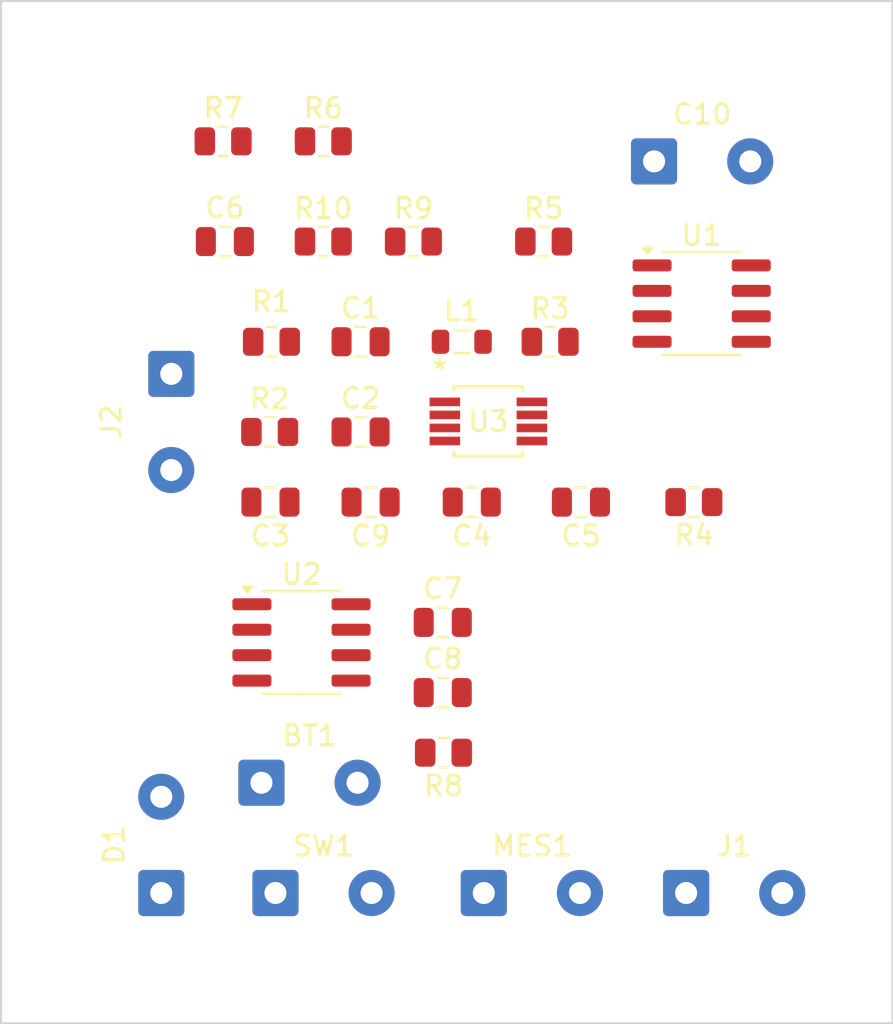
<source format=kicad_pcb>
(kicad_pcb (version 20240108) (generator "pcbnew") (generator_version "8.0")
  (title_block (title "Hayward Power Meter SMD") (date "2024-08-03") (rev "1") (company "Andy McCann KA3KAF Doug McCann KA3KAG") (comment 2 "Wes Hayward W7ZOI") (comment 3 "Original Design:"))
  (layers (0 "F.Cu" signal) (31 "B.Cu" signal) (34 "B.Paste" user) (35 "F.Paste" user) (36 "B.SilkS" user "B.Silkscreen") (37 "F.SilkS" user "F.Silkscreen") (38 "B.Mask" user) (39 "F.Mask" user) (44 "Edge.Cuts" user))
  (net 0 "")
  (net 1 "GND")
  (net 2 "Net-(BT1-+)")
  (net 3 "Net-(U3-INHI)")
  (net 4 "Net-(C1-Pad1)")
  (net 5 "/In")
  (net 6 "Net-(C2-Pad2)")
  (net 7 "Net-(U1A-+)")
  (net 8 "Net-(U3-ENBL)")
  (net 9 "Net-(U2-OUT)")
  (net 10 "Net-(U2-IN)")
  (net 11 "Net-(SW1-A)")
  (net 12 "Net-(U3-INLO)")
  (net 13 "/DVMOut")
  (net 14 "Net-(D1-A)")
  (net 15 "Net-(J1-In)")
  (net 16 "/MeterOut")
  (net 17 "Net-(U1A--)")
  (net 18 "Net-(R5-Pad2)")
  (net 19 "Net-(U1C-V+)")
  (net 20 "Net-(U1B--)")
  (footprint "Capacitor_SMD:C_0805_2012Metric" (layer "F.Cu") (at 89.95 91)
    (property "Reference" "C1" (at 0 -1.68 0) (layer "F.SilkS"))
    (property "Value" "0.01u")
    (fp_line (start -0.261252 -0.735) (end 0.261252 -0.735) (stroke (width 0.12)) (layer "F.SilkS"))
    (fp_line (start -0.261252 0.735) (end 0.261252 0.735) (stroke (width 0.12)) (layer "F.SilkS"))
    (pad "1" smd roundrect (at -0.95 0) (size 1 1.45) (layers "F.Cu" "F.Paste" "F.Mask") (net 4 "Net-(C1-Pad1)"))
    (pad "2" smd roundrect (at 0.95 0) (size 1 1.45) (layers "F.Cu" "F.Paste" "F.Mask") (net 3 "Net-(U3-INHI)"))
  )
  (footprint "Connector_Wire:SolderWire-0.5sqmm_1x02_P4.8mm_D0.9mm_OD2.3mm" (layer "F.Cu") (at 106.2 118.5)
    (property "Reference" "J1" (at 2.4 -2.35 0) (layer "F.SilkS"))
    (property "Value" "Conn_Coaxial")
    (pad "1" thru_hole roundrect (at 0 0) (size 2.3 2.3) (drill 1.1) (layers "*.Cu" "*.Mask") (roundrect_rratio 0.108696) (net 15 "Net-(J1-In)"))
    (pad "2" thru_hole circle (at 4.8 0) (size 2.3 2.3) (drill 1.1) (layers "*.Cu" "*.Mask") (net 1 "GND"))
  )
  (footprint "Capacitor_SMD:C_0805_2012Metric" (layer "F.Cu") (at 94.05 105)
    (property "Reference" "C7" (at 0 -1.68 0) (layer "F.SilkS"))
    (property "Value" "0.22u")
    (fp_line (start -0.261252 -0.735) (end 0.261252 -0.735) (stroke (width 0.12)) (layer "F.SilkS"))
    (fp_line (start -0.261252 0.735) (end 0.261252 0.735) (stroke (width 0.12)) (layer "F.SilkS"))
    (pad "1" smd roundrect (at -0.95 0) (size 1 1.45) (layers "F.Cu" "F.Paste" "F.Mask") (net 10 "Net-(U2-IN)"))
    (pad "2" smd roundrect (at 0.95 0) (size 1 1.45) (layers "F.Cu" "F.Paste" "F.Mask") (net 1 "GND"))
  )
  (footprint "Resistor_SMD:R_0805_2012Metric" (layer "F.Cu") (at 83.0875 81)
    (property "Reference" "R7" (at 0 -1.65 0) (layer "F.SilkS"))
    (property "Value" "10k")
    (fp_line (start -0.227064 -0.735) (end 0.227064 -0.735) (stroke (width 0.12)) (layer "F.SilkS"))
    (fp_line (start -0.227064 0.735) (end 0.227064 0.735) (stroke (width 0.12)) (layer "F.SilkS"))
    (pad "1" smd roundrect (at -0.9125 0) (size 1.025 1.4) (layers "F.Cu" "F.Paste" "F.Mask") (roundrect_rratio 0.243902) (net 18 "Net-(R5-Pad2)"))
    (pad "2" smd roundrect (at 0.9125 0) (size 1.025 1.4) (layers "F.Cu" "F.Paste" "F.Mask") (roundrect_rratio 0.243902) (net 13 "/DVMOut"))
  )
  (footprint "Capacitor_SMD:C_0805_2012Metric" (layer "F.Cu") (at 90.45 99 180)
    (property "Reference" "C9" (at 0 -1.68 360) (layer "F.SilkS"))
    (property "Value" "0.1u")
    (fp_line (start -0.261252 0.735) (end 0.261252 0.735) (stroke (width 0.12)) (layer "F.SilkS"))
    (fp_line (start -0.261252 -0.735) (end 0.261252 -0.735) (stroke (width 0.12)) (layer "F.SilkS"))
    (pad "1" smd roundrect (at -0.95 0 180) (size 1 1.45) (layers "F.Cu" "F.Paste" "F.Mask") (net 12 "Net-(U3-INLO)"))
    (pad "2" smd roundrect (at 0.95 0 180) (size 1 1.45) (layers "F.Cu" "F.Paste" "F.Mask") (net 1 "GND"))
  )
  (footprint "Resistor_SMD:R_0805_2012Metric" (layer "F.Cu") (at 99.0875 86)
    (property "Reference" "R5" (at 0 -1.65 0) (layer "F.SilkS"))
    (property "Value" "4.7k")
    (fp_line (start -0.227064 -0.735) (end 0.227064 -0.735) (stroke (width 0.12)) (layer "F.SilkS"))
    (fp_line (start -0.227064 0.735) (end 0.227064 0.735) (stroke (width 0.12)) (layer "F.SilkS"))
    (pad "1" smd roundrect (at -0.9125 0) (size 1.025 1.4) (layers "F.Cu" "F.Paste" "F.Mask") (roundrect_rratio 0.243902) (net 17 "Net-(U1A--)"))
    (pad "2" smd roundrect (at 0.9125 0) (size 1.025 1.4) (layers "F.Cu" "F.Paste" "F.Mask") (roundrect_rratio 0.243902) (net 18 "Net-(R5-Pad2)"))
  )
  (footprint "Resistor_SMD:R_0805_2012Metric" (layer "F.Cu") (at 85.4125 95.5)
    (property "Reference" "R2" (at 0 -1.65 0) (layer "F.SilkS"))
    (property "Value" "470")
    (fp_line (start -0.227064 -0.735) (end 0.227064 -0.735) (stroke (width 0.12)) (layer "F.SilkS"))
    (fp_line (start -0.227064 0.735) (end 0.227064 0.735) (stroke (width 0.12)) (layer "F.SilkS"))
    (pad "1" smd roundrect (at -0.9125 0) (size 1.025 1.4) (layers "F.Cu" "F.Paste" "F.Mask") (roundrect_rratio 0.243902) (net 5 "/In"))
    (pad "2" smd roundrect (at 0.9125 0) (size 1.025 1.4) (layers "F.Cu" "F.Paste" "F.Mask") (roundrect_rratio 0.243902) (net 6 "Net-(C2-Pad2)"))
  )
  (footprint "Resistor_SMD:R_0805_2012Metric" (layer "F.Cu") (at 106.5875 99 180)
    (property "Reference" "R4" (at 0 -1.65 360) (layer "F.SilkS"))
    (property "Value" "3.3k")
    (fp_line (start -0.227064 0.735) (end 0.227064 0.735) (stroke (width 0.12)) (layer "F.SilkS"))
    (fp_line (start -0.227064 -0.735) (end 0.227064 -0.735) (stroke (width 0.12)) (layer "F.SilkS"))
    (pad "1" smd roundrect (at -0.9125 0 180) (size 1.025 1.4) (layers "F.Cu" "F.Paste" "F.Mask") (roundrect_rratio 0.243902) (net 1 "GND"))
    (pad "2" smd roundrect (at 0.9125 0 180) (size 1.025 1.4) (layers "F.Cu" "F.Paste" "F.Mask") (roundrect_rratio 0.243902) (net 17 "Net-(U1A--)"))
  )
  (footprint "Capacitor_SMD:C_0805_2012Metric" (layer "F.Cu") (at 85.45 99 180)
    (property "Reference" "C3" (at 0 -1.68 360) (layer "F.SilkS"))
    (property "Value" "0.1u")
    (fp_line (start -0.261252 0.735) (end 0.261252 0.735) (stroke (width 0.12)) (layer "F.SilkS"))
    (fp_line (start -0.261252 -0.735) (end 0.261252 -0.735) (stroke (width 0.12)) (layer "F.SilkS"))
    (pad "1" smd roundrect (at -0.95 0 180) (size 1 1.45) (layers "F.Cu" "F.Paste" "F.Mask") (net 7 "Net-(U1A-+)"))
    (pad "2" smd roundrect (at 0.95 0 180) (size 1 1.45) (layers "F.Cu" "F.Paste" "F.Mask") (net 1 "GND"))
  )
  (footprint "Capacitor_SMD:C_0805_2012Metric" (layer "F.Cu") (at 100.95 99 180)
    (property "Reference" "C5" (at 0 -1.68 360) (layer "F.SilkS"))
    (property "Value" "0.1u")
    (fp_line (start -0.261252 0.735) (end 0.261252 0.735) (stroke (width 0.12)) (layer "F.SilkS"))
    (fp_line (start -0.261252 -0.735) (end 0.261252 -0.735) (stroke (width 0.12)) (layer "F.SilkS"))
    (pad "1" smd roundrect (at -0.95 0 180) (size 1 1.45) (layers "F.Cu" "F.Paste" "F.Mask") (net 8 "Net-(U3-ENBL)"))
    (pad "2" smd roundrect (at 0.95 0 180) (size 1 1.45) (layers "F.Cu" "F.Paste" "F.Mask") (net 1 "GND"))
  )
  (footprint "Resistor_SMD:R_0805_2012Metric" (layer "F.Cu") (at 99.4125 91)
    (property "Reference" "R3" (at 0 -1.65 0) (layer "F.SilkS"))
    (property "Value" "6.8")
    (fp_line (start -0.227064 -0.735) (end 0.227064 -0.735) (stroke (width 0.12)) (layer "F.SilkS"))
    (fp_line (start -0.227064 0.735) (end 0.227064 0.735) (stroke (width 0.12)) (layer "F.SilkS"))
    (pad "1" smd roundrect (at -0.9125 0) (size 1.025 1.4) (layers "F.Cu" "F.Paste" "F.Mask") (roundrect_rratio 0.243902) (net 8 "Net-(U3-ENBL)"))
    (pad "2" smd roundrect (at 0.9125 0) (size 1.025 1.4) (layers "F.Cu" "F.Paste" "F.Mask") (roundrect_rratio 0.243902) (net 9 "Net-(U2-OUT)"))
  )
  (footprint "Resistor_SMD:R_0805_2012Metric" (layer "F.Cu") (at 85.5 91 180)
    (property "Reference" "R1" (at 0 2 360) (layer "F.SilkS"))
    (property "Value" "470")
    (fp_line (start -0.227064 0.735) (end 0.227064 0.735) (stroke (width 0.12)) (layer "F.SilkS"))
    (fp_line (start -0.227064 -0.735) (end 0.227064 -0.735) (stroke (width 0.12)) (layer "F.SilkS"))
    (pad "1" smd roundrect (at -0.9125 0 180) (size 1.025 1.4) (layers "F.Cu" "F.Paste" "F.Mask") (roundrect_rratio 0.243902) (net 1 "GND"))
    (pad "2" smd roundrect (at 0.9125 0 180) (size 1.025 1.4) (layers "F.Cu" "F.Paste" "F.Mask") (roundrect_rratio 0.243902) (net 5 "/In"))
  )
  (footprint "Resistor_SMD:R_0805_2012Metric" (layer "F.Cu") (at 88.0875 86)
    (property "Reference" "R10" (at 0 -1.65 0) (layer "F.SilkS"))
    (property "Value" "680")
    (fp_line (start -0.227064 -0.735) (end 0.227064 -0.735) (stroke (width 0.12)) (layer "F.SilkS"))
    (fp_line (start -0.227064 0.735) (end 0.227064 0.735) (stroke (width 0.12)) (layer "F.SilkS"))
    (pad "1" smd roundrect (at -0.9125 0) (size 1.025 1.4) (layers "F.Cu" "F.Paste" "F.Mask") (roundrect_rratio 0.243902) (net 14 "Net-(D1-A)"))
    (pad "2" smd roundrect (at 0.9125 0) (size 1.025 1.4) (layers "F.Cu" "F.Paste" "F.Mask") (roundrect_rratio 0.243902) (net 11 "Net-(SW1-A)"))
  )
  (footprint "Capacitor_SMD:C_0805_2012Metric" (layer "F.Cu") (at 89.95 95.5)
    (property "Reference" "C2" (at 0 -1.68 0) (layer "F.SilkS"))
    (property "Value" "15p")
    (fp_line (start -0.261252 -0.735) (end 0.261252 -0.735) (stroke (width 0.12)) (layer "F.SilkS"))
    (fp_line (start -0.261252 0.735) (end 0.261252 0.735) (stroke (width 0.12)) (layer "F.SilkS"))
    (pad "1" smd roundrect (at -0.95 0) (size 1 1.45) (layers "F.Cu" "F.Paste" "F.Mask") (net 5 "/In"))
    (pad "2" smd roundrect (at 0.95 0) (size 1 1.45) (layers "F.Cu" "F.Paste" "F.Mask") (net 6 "Net-(C2-Pad2)"))
  )
  (footprint "Capacitor_SMD:C_0805_2012Metric" (layer "F.Cu") (at 94.05 108.5)
    (property "Reference" "C8" (at 0 -1.68 0) (layer "F.SilkS"))
    (property "Value" "0.1u")
    (fp_line (start -0.261252 -0.735) (end 0.261252 -0.735) (stroke (width 0.12)) (layer "F.SilkS"))
    (fp_line (start -0.261252 0.735) (end 0.261252 0.735) (stroke (width 0.12)) (layer "F.SilkS"))
    (pad "1" smd roundrect (at -0.95 0) (size 1 1.45) (layers "F.Cu" "F.Paste" "F.Mask") (net 11 "Net-(SW1-A)"))
    (pad "2" smd roundrect (at 0.95 0) (size 1 1.45) (layers "F.Cu" "F.Paste" "F.Mask") (net 1 "GND"))
  )
  (footprint "Connector_Wire:SolderWire-0.5sqmm_1x02_P4.8mm_D0.9mm_OD2.3mm" (layer "F.Cu") (at 104.6 82)
    (property "Reference" "C10" (at 2.4 -2.35 0) (layer "F.SilkS"))
    (property "Value" ".001")
    (pad "1" thru_hole roundrect (at 0 0) (size 2.3 2.3) (drill 1.1) (layers "*.Cu" "*.Mask") (roundrect_rratio 0.108696) (net 13 "/DVMOut"))
    (pad "2" thru_hole circle (at 4.8 0) (size 2.3 2.3) (drill 1.1) (layers "*.Cu" "*.Mask") (net 1 "GND"))
  )
  (footprint "Capacitor_SMD:C_0805_2012Metric" (layer "F.Cu") (at 95.5 99 180)
    (property "Reference" "C4" (at 0 -1.68 360) (layer "F.SilkS"))
    (property "Value" "0.1uF")
    (fp_line (start -0.261252 0.735) (end 0.261252 0.735) (stroke (width 0.12)) (layer "F.SilkS"))
    (fp_line (start -0.261252 -0.735) (end 0.261252 -0.735) (stroke (width 0.12)) (layer "F.SilkS"))
    (pad "1" smd roundrect (at -0.95 0 180) (size 1 1.45) (layers "F.Cu" "F.Paste" "F.Mask") (net 8 "Net-(U3-ENBL)"))
    (pad "2" smd roundrect (at 0.95 0 180) (size 1 1.45) (layers "F.Cu" "F.Paste" "F.Mask") (net 1 "GND"))
  )
  (footprint "Inductor_SMD:L_0805_2012Metric" (layer "F.Cu") (at 95 91)
    (property "Reference" "L1" (at 0 -1.55 0) (layer "F.SilkS"))
    (property "Value" "1n")
    (fp_line (start -0.399622 -0.56) (end 0.399622 -0.56) (stroke (width 0.12)) (layer "F.SilkS"))
    (fp_line (start -0.399622 0.56) (end 0.399622 0.56) (stroke (width 0.12)) (layer "F.SilkS"))
    (pad "1" smd roundrect (at -1.0625 0) (size 0.875 1.2) (layers "F.Cu" "F.Paste" "F.Mask") (net 6 "Net-(C2-Pad2)"))
    (pad "2" smd roundrect (at 1.0625 0) (size 0.875 1.2) (layers "F.Cu" "F.Paste" "F.Mask") (net 4 "Net-(C1-Pad1)"))
  )
  (footprint "Connector_Wire:SolderWire-0.5sqmm_1x02_P4.8mm_D0.9mm_OD2.3mm" (layer "F.Cu") (at 80.5 92.6 -90)
    (property "Reference" "J2" (at 2.4 3 90) (layer "F.SilkS"))
    (property "Value" "Conn_Coaxial")
    (pad "1" thru_hole roundrect (at 0 0 270) (size 2.3 2.3) (drill 1.1) (layers "*.Cu" "*.Mask") (roundrect_rratio 0.108696) (net 5 "/In"))
    (pad "2" thru_hole circle (at 4.8 0 270) (size 2.3 2.3) (drill 1.1) (layers "*.Cu" "*.Mask") (net 1 "GND"))
  )
  (footprint "Package_SO:SOIC-8_3.9x4.9mm_P1.27mm" (layer "F.Cu") (at 106.975 89.095)
    (property "Reference" "U1" (at 0 -3.4 0) (layer "F.SilkS"))
    (property "Value" "LM358")
    (fp_line (start 0 -2.56) (end -1.95 -2.56) (stroke (width 0.12)) (layer "F.SilkS"))
    (fp_line (start 0 -2.56) (end 1.95 -2.56) (stroke (width 0.12)) (layer "F.SilkS"))
    (fp_line (start 0 2.56) (end -1.95 2.56) (stroke (width 0.12)) (layer "F.SilkS"))
    (fp_line (start 0 2.56) (end 1.95 2.56) (stroke (width 0.12)) (layer "F.SilkS"))
    (fp_poly (pts (xy -2.7 -2.465) (xy -2.94 -2.795) (xy -2.46 -2.795) (xy -2.7 -2.465)) (stroke (width 0.12)) (fill solid) (layer "F.SilkS"))
    (pad "1" smd roundrect (at -2.475 -1.905) (size 1.95 0.6) (layers "F.Cu" "F.Paste" "F.Mask") (net 18 "Net-(R5-Pad2)"))
    (pad "2" smd roundrect (at -2.475 -0.635) (size 1.95 0.6) (layers "F.Cu" "F.Paste" "F.Mask") (net 17 "Net-(U1A--)"))
    (pad "3" smd roundrect (at -2.475 0.635) (size 1.95 0.6) (layers "F.Cu" "F.Paste" "F.Mask") (net 7 "Net-(U1A-+)"))
    (pad "4" smd roundrect (at -2.475 1.905) (size 1.95 0.6) (layers "F.Cu" "F.Paste" "F.Mask") (net 1 "GND"))
    (pad "5" smd roundrect (at 2.475 1.905) (size 1.95 0.6) (layers "F.Cu" "F.Paste" "F.Mask") (net 1 "GND"))
    (pad "6" smd roundrect (at 2.475 0.635) (size 1.95 0.6) (layers "F.Cu" "F.Paste" "F.Mask") (net 20 "Net-(U1B--)"))
    (pad "7" smd roundrect (at 2.475 -0.635) (size 1.95 0.6) (layers "F.Cu" "F.Paste" "F.Mask") (net 20 "Net-(U1B--)"))
    (pad "8" smd roundrect (at 2.475 -1.905) (size 1.95 0.6) (layers "F.Cu" "F.Paste" "F.Mask") (net 19 "Net-(U1C-V+)"))
  )
  (footprint "Connector_Wire:SolderWire-0.5sqmm_1x02_P4.8mm_D0.9mm_OD2.3mm" (layer "F.Cu") (at 96.1 118.5)
    (property "Reference" "MES1" (at 2.4 -2.35 0) (layer "F.SilkS"))
    (property "Value" "Voltmeter_DC")
    (pad "1" thru_hole roundrect (at 0 0) (size 2.3 2.3) (drill 1.1) (layers "*.Cu" "*.Mask") (roundrect_rratio 0.108696) (net 1 "GND"))
    (pad "2" thru_hole circle (at 4.8 0) (size 2.3 2.3) (drill 1.1) (layers "*.Cu" "*.Mask") (net 16 "/MeterOut"))
  )
  (footprint "Resistor_SMD:R_0805_2012Metric" (layer "F.Cu") (at 94.0875 111.5 180)
    (property "Reference" "R8" (at 0 -1.65 360) (layer "F.SilkS"))
    (property "Value" "6.8")
    (fp_line (start -0.227064 0.735) (end 0.227064 0.735) (stroke (width 0.12)) (layer "F.SilkS"))
    (fp_line (start -0.227064 -0.735) (end 0.227064 -0.735) (stroke (width 0.12)) (layer "F.SilkS"))
    (pad "1" smd roundrect (at -0.9125 0 180) (size 1.025 1.4) (layers "F.Cu" "F.Paste" "F.Mask") (roundrect_rratio 0.243902) (net 10 "Net-(U2-IN)"))
    (pad "2" smd roundrect (at 0.9125 0 180) (size 1.025 1.4) (layers "F.Cu" "F.Paste" "F.Mask") (roundrect_rratio 0.243902) (net 11 "Net-(SW1-A)"))
  )
  (footprint "Package_SO:SOIC-8_3.9x4.9mm_P1.27mm" (layer "F.Cu") (at 87 106)
    (property "Reference" "U2" (at 0 -3.4 0) (layer "F.SilkS"))
    (property "Value" "LM78L05_SO8")
    (fp_line (start 0 -2.56) (end -1.95 -2.56) (stroke (width 0.12)) (layer "F.SilkS"))
    (fp_line (start 0 -2.56) (end 1.95 -2.56) (stroke (width 0.12)) (layer "F.SilkS"))
    (fp_line (start 0 2.56) (end -1.95 2.56) (stroke (width 0.12)) (layer "F.SilkS"))
    (fp_line (start 0 2.56) (end 1.95 2.56) (stroke (width 0.12)) (layer "F.SilkS"))
    (fp_poly (pts (xy -2.7 -2.465) (xy -2.94 -2.795) (xy -2.46 -2.795) (xy -2.7 -2.465)) (stroke (width 0.12)) (fill solid) (layer "F.SilkS"))
    (pad "1" smd roundrect (at -2.475 -1.905) (size 1.95 0.6) (layers "F.Cu" "F.Paste" "F.Mask") (net 9 "Net-(U2-OUT)"))
    (pad "2" smd roundrect (at -2.475 -0.635) (size 1.95 0.6) (layers "F.Cu" "F.Paste" "F.Mask") (net 1 "GND"))
    (pad "3" smd roundrect (at -2.475 0.635) (size 1.95 0.6) (layers "F.Cu" "F.Paste" "F.Mask") (net 1 "GND"))
    (pad "4" smd roundrect (at -2.475 1.905) (size 1.95 0.6) (layers "F.Cu" "F.Paste" "F.Mask"))
    (pad "5" smd roundrect (at 2.475 1.905) (size 1.95 0.6) (layers "F.Cu" "F.Paste" "F.Mask"))
    (pad "6" smd roundrect (at 2.475 0.635) (size 1.95 0.6) (layers "F.Cu" "F.Paste" "F.Mask") (net 1 "GND"))
    (pad "7" smd roundrect (at 2.475 -0.635) (size 1.95 0.6) (layers "F.Cu" "F.Paste" "F.Mask") (net 1 "GND"))
    (pad "8" smd roundrect (at 2.475 -1.905) (size 1.95 0.6) (layers "F.Cu" "F.Paste" "F.Mask") (net 10 "Net-(U2-IN)"))
  )
  (footprint "Resistor_SMD:R_0805_2012Metric" (layer "F.Cu") (at 92.5875 86)
    (property "Reference" "R9" (at 0 -1.65 0) (layer "F.SilkS"))
    (property "Value" "51")
    (fp_line (start -0.227064 -0.735) (end 0.227064 -0.735) (stroke (width 0.12)) (layer "F.SilkS"))
    (fp_line (start -0.227064 0.735) (end 0.227064 0.735) (stroke (width 0.12)) (layer "F.SilkS"))
    (pad "1" smd roundrect (at -0.9125 0) (size 1.025 1.4) (layers "F.Cu" "F.Paste" "F.Mask") (roundrect_rratio 0.243902) (net 19 "Net-(U1C-V+)"))
    (pad "2" smd roundrect (at 0.9125 0) (size 1.025 1.4) (layers "F.Cu" "F.Paste" "F.Mask") (roundrect_rratio 0.243902) (net 11 "Net-(SW1-A)"))
  )
  (footprint "Capacitor_SMD:C_0805_2012Metric" (layer "F.Cu") (at 83.175 86)
    (property "Reference" "C6" (at 0 -1.68 0) (layer "F.SilkS"))
    (property "Value" "0.22u")
    (fp_line (start -0.261252 -0.735) (end 0.261252 -0.735) (stroke (width 0.12)) (layer "F.SilkS"))
    (fp_line (start -0.261252 0.735) (end 0.261252 0.735) (stroke (width 0.12)) (layer "F.SilkS"))
    (pad "1" smd roundrect (at -0.95 0) (size 1 1.45) (layers "F.Cu" "F.Paste" "F.Mask") (net 9 "Net-(U2-OUT)"))
    (pad "2" smd roundrect (at 0.95 0) (size 1 1.45) (layers "F.Cu" "F.Paste" "F.Mask") (net 1 "GND"))
  )
  (footprint "Resistor_SMD:R_0805_2012Metric" (layer "F.Cu") (at 88.0875 81)
    (property "Reference" "R6" (at 0 -1.65 0) (layer "F.SilkS"))
    (property "Value" "6.8k")
    (fp_line (start -0.227064 -0.735) (end 0.227064 -0.735) (stroke (width 0.12)) (layer "F.SilkS"))
    (fp_line (start -0.227064 0.735) (end 0.227064 0.735) (stroke (width 0.12)) (layer "F.SilkS"))
    (pad "1" smd roundrect (at -0.9125 0) (size 1.025 1.4) (layers "F.Cu" "F.Paste" "F.Mask") (roundrect_rratio 0.243902) (net 18 "Net-(R5-Pad2)"))
    (pad "2" smd roundrect (at 0.9125 0) (size 1.025 1.4) (layers "F.Cu" "F.Paste" "F.Mask") (roundrect_rratio 0.243902) (net 16 "/MeterOut"))
  )
  (footprint "hayward-footprint-library:RM_8_ADI" (layer "F.Cu") (at 96.3283 94.974999)
    (property "Reference" "U3" (at 0 0 0) (layer "F.SilkS"))
    (property "Value" "AD8310ARMZ")
    (fp_line (start -1.7272 -1.7272) (end -1.7272 -1.523639) (stroke (width 0.1524)) (layer "F.SilkS"))
    (fp_line (start -1.7272 1.523639) (end -1.7272 1.7272) (stroke (width 0.1524)) (layer "F.SilkS"))
    (fp_line (start -1.7272 1.7272) (end 1.7272 1.7272) (stroke (width 0.1524)) (layer "F.SilkS"))
    (fp_line (start 1.7272 -1.7272) (end -1.7272 -1.7272) (stroke (width 0.1524)) (layer "F.SilkS"))
    (fp_line (start 1.7272 -1.523639) (end 1.7272 -1.7272) (stroke (width 0.1524)) (layer "F.SilkS"))
    (fp_line (start 1.7272 1.7272) (end 1.7272 1.523639) (stroke (width 0.1524)) (layer "F.SilkS"))
    (fp_text user "*" (at -2.4257 -2.5498 0) (layer "F.SilkS"))
    (fp_text user "*" (at -2.4257 -2.5498 0) (layer "F.SilkS"))
    (pad "1" smd rect (at -2.1717 -0.974999) (size 1.524 0.4318) (layers "F.Cu" "F.Paste" "F.Mask") (net 12 "Net-(U3-INLO)"))
    (pad "2" smd rect (at -2.1717 -0.325001) (size 1.524 0.4318) (layers "F.Cu" "F.Paste" "F.Mask") (net 1 "GND"))
    (pad "3" smd rect (at -2.1717 0.325001) (size 1.524 0.4318) (layers "F.Cu" "F.Paste" "F.Mask"))
    (pad "4" smd rect (at -2.1717 0.974999) (size 1.524 0.4318) (layers "F.Cu" "F.Paste" "F.Mask") (net 7 "Net-(U1A-+)"))
    (pad "5" smd rect (at 2.1717 0.974999) (size 1.524 0.4318) (layers "F.Cu" "F.Paste" "F.Mask") (net 8 "Net-(U3-ENBL)"))
    (pad "6" smd rect (at 2.1717 0.325001) (size 1.524 0.4318) (layers "F.Cu" "F.Paste" "F.Mask"))
    (pad "7" smd rect (at 2.1717 -0.325001) (size 1.524 0.4318) (layers "F.Cu" "F.Paste" "F.Mask") (net 8 "Net-(U3-ENBL)"))
    (pad "8" smd rect (at 2.1717 -0.974999) (size 1.524 0.4318) (layers "F.Cu" "F.Paste" "F.Mask") (net 3 "Net-(U3-INHI)"))
  )
  (footprint "Connector_Wire:SolderWire-0.5sqmm_1x02_P4.8mm_D0.9mm_OD2.3mm" (layer "F.Cu") (at 85 113)
    (property "Reference" "BT1" (at 2.4 -2.35 0) (layer "F.SilkS"))
    (property "Value" "9")
    (pad "1" thru_hole roundrect (at 0 0) (size 2.3 2.3) (drill 1.1) (layers "*.Cu" "*.Mask") (roundrect_rratio 0.108696) (net 2 "Net-(BT1-+)"))
    (pad "2" thru_hole circle (at 4.8 0) (size 2.3 2.3) (drill 1.1) (layers "*.Cu" "*.Mask") (net 1 "GND"))
  )
  (footprint "Connector_Wire:SolderWire-0.5sqmm_1x02_P4.8mm_D0.9mm_OD2.3mm" (layer "F.Cu") (at 85.7 118.5)
    (property "Reference" "SW1" (at 2.4 -2.35 0) (layer "F.SilkS"))
    (property "Value" "SW_SPST")
    (pad "1" thru_hole roundrect (at 0 0) (size 2.3 2.3) (drill 1.1) (layers "*.Cu" "*.Mask") (roundrect_rratio 0.108696) (net 11 "Net-(SW1-A)"))
    (pad "2" thru_hole circle (at 4.8 0) (size 2.3 2.3) (drill 1.1) (layers "*.Cu" "*.Mask") (net 2 "Net-(BT1-+)"))
  )
  (footprint "Connector_Wire:SolderWire-0.5sqmm_1x02_P4.8mm_D0.9mm_OD2.3mm" (layer "F.Cu") (at 80 118.5 90)
    (property "Reference" "D1" (at 2.4 -2.35 90) (layer "F.SilkS"))
    (property "Value" "LED")
    (pad "1" thru_hole roundrect (at 0 0 90) (size 2.3 2.3) (drill 1.1) (layers "*.Cu" "*.Mask") (roundrect_rratio 0.108696) (net 1 "GND"))
    (pad "2" thru_hole circle (at 4.8 0 90) (size 2.3 2.3) (drill 1.1) (layers "*.Cu" "*.Mask") (net 14 "Net-(D1-A)"))
  )
  (gr_rect (start 72 74) (end 116.5 125) (stroke (width 0.1)) (fill none) (layer "Edge.Cuts"))
)
</source>
